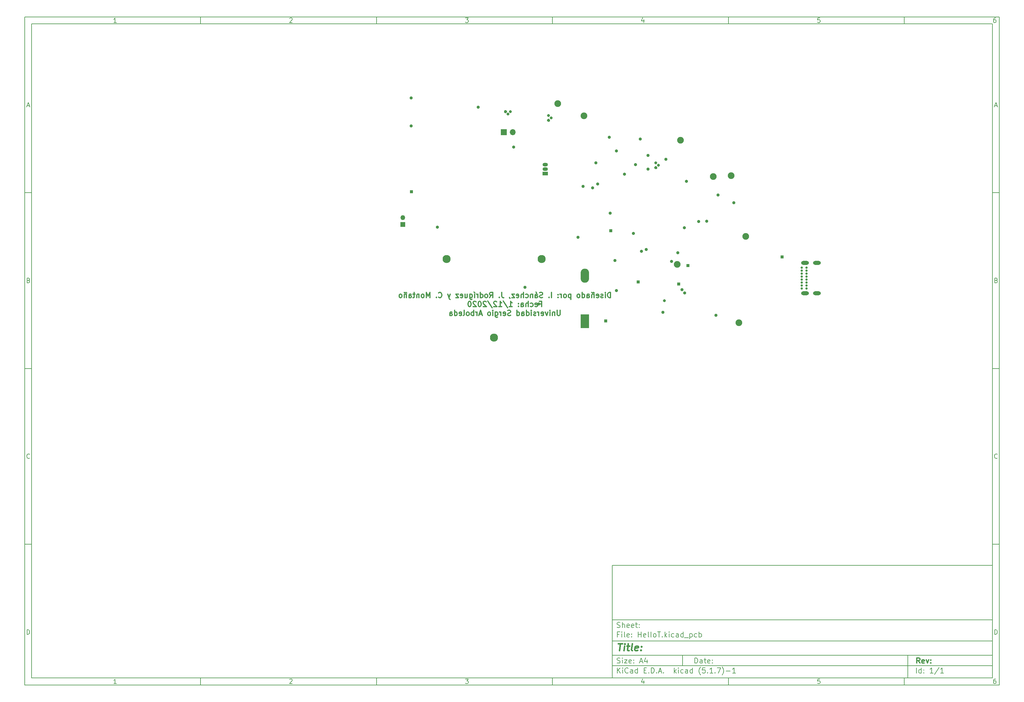
<source format=gbr>
%TF.GenerationSoftware,KiCad,Pcbnew,(5.1.7)-1*%
%TF.CreationDate,2020-12-03T05:29:25-05:00*%
%TF.ProjectId,HelIoT,48656c49-6f54-42e6-9b69-6361645f7063,rev?*%
%TF.SameCoordinates,Original*%
%TF.FileFunction,Soldermask,Bot*%
%TF.FilePolarity,Negative*%
%FSLAX46Y46*%
G04 Gerber Fmt 4.6, Leading zero omitted, Abs format (unit mm)*
G04 Created by KiCad (PCBNEW (5.1.7)-1) date 2020-12-03 05:29:25*
%MOMM*%
%LPD*%
G01*
G04 APERTURE LIST*
%ADD10C,0.100000*%
%ADD11C,0.150000*%
%ADD12C,0.300000*%
%ADD13C,0.400000*%
%ADD14O,1.350000X1.350000*%
%ADD15R,1.350000X1.350000*%
%ADD16R,0.850000X0.850000*%
%ADD17R,1.500000X1.050000*%
%ADD18O,1.500000X1.050000*%
%ADD19C,0.900000*%
%ADD20O,1.700000X1.700000*%
%ADD21R,1.700000X1.700000*%
%ADD22C,0.800000*%
%ADD23R,2.410000X4.020000*%
%ADD24O,2.410000X4.020000*%
%ADD25C,2.300000*%
%ADD26O,2.216000X1.108000*%
%ADD27C,0.650000*%
%ADD28C,1.905000*%
G04 APERTURE END LIST*
D10*
D11*
X177002200Y-166007200D02*
X177002200Y-198007200D01*
X285002200Y-198007200D01*
X285002200Y-166007200D01*
X177002200Y-166007200D01*
D10*
D11*
X10000000Y-10000000D02*
X10000000Y-200007200D01*
X287002200Y-200007200D01*
X287002200Y-10000000D01*
X10000000Y-10000000D01*
D10*
D11*
X12000000Y-12000000D02*
X12000000Y-198007200D01*
X285002200Y-198007200D01*
X285002200Y-12000000D01*
X12000000Y-12000000D01*
D10*
D11*
X60000000Y-12000000D02*
X60000000Y-10000000D01*
D10*
D11*
X110000000Y-12000000D02*
X110000000Y-10000000D01*
D10*
D11*
X160000000Y-12000000D02*
X160000000Y-10000000D01*
D10*
D11*
X210000000Y-12000000D02*
X210000000Y-10000000D01*
D10*
D11*
X260000000Y-12000000D02*
X260000000Y-10000000D01*
D10*
D11*
X36065476Y-11588095D02*
X35322619Y-11588095D01*
X35694047Y-11588095D02*
X35694047Y-10288095D01*
X35570238Y-10473809D01*
X35446428Y-10597619D01*
X35322619Y-10659523D01*
D10*
D11*
X85322619Y-10411904D02*
X85384523Y-10350000D01*
X85508333Y-10288095D01*
X85817857Y-10288095D01*
X85941666Y-10350000D01*
X86003571Y-10411904D01*
X86065476Y-10535714D01*
X86065476Y-10659523D01*
X86003571Y-10845238D01*
X85260714Y-11588095D01*
X86065476Y-11588095D01*
D10*
D11*
X135260714Y-10288095D02*
X136065476Y-10288095D01*
X135632142Y-10783333D01*
X135817857Y-10783333D01*
X135941666Y-10845238D01*
X136003571Y-10907142D01*
X136065476Y-11030952D01*
X136065476Y-11340476D01*
X136003571Y-11464285D01*
X135941666Y-11526190D01*
X135817857Y-11588095D01*
X135446428Y-11588095D01*
X135322619Y-11526190D01*
X135260714Y-11464285D01*
D10*
D11*
X185941666Y-10721428D02*
X185941666Y-11588095D01*
X185632142Y-10226190D02*
X185322619Y-11154761D01*
X186127380Y-11154761D01*
D10*
D11*
X236003571Y-10288095D02*
X235384523Y-10288095D01*
X235322619Y-10907142D01*
X235384523Y-10845238D01*
X235508333Y-10783333D01*
X235817857Y-10783333D01*
X235941666Y-10845238D01*
X236003571Y-10907142D01*
X236065476Y-11030952D01*
X236065476Y-11340476D01*
X236003571Y-11464285D01*
X235941666Y-11526190D01*
X235817857Y-11588095D01*
X235508333Y-11588095D01*
X235384523Y-11526190D01*
X235322619Y-11464285D01*
D10*
D11*
X285941666Y-10288095D02*
X285694047Y-10288095D01*
X285570238Y-10350000D01*
X285508333Y-10411904D01*
X285384523Y-10597619D01*
X285322619Y-10845238D01*
X285322619Y-11340476D01*
X285384523Y-11464285D01*
X285446428Y-11526190D01*
X285570238Y-11588095D01*
X285817857Y-11588095D01*
X285941666Y-11526190D01*
X286003571Y-11464285D01*
X286065476Y-11340476D01*
X286065476Y-11030952D01*
X286003571Y-10907142D01*
X285941666Y-10845238D01*
X285817857Y-10783333D01*
X285570238Y-10783333D01*
X285446428Y-10845238D01*
X285384523Y-10907142D01*
X285322619Y-11030952D01*
D10*
D11*
X60000000Y-198007200D02*
X60000000Y-200007200D01*
D10*
D11*
X110000000Y-198007200D02*
X110000000Y-200007200D01*
D10*
D11*
X160000000Y-198007200D02*
X160000000Y-200007200D01*
D10*
D11*
X210000000Y-198007200D02*
X210000000Y-200007200D01*
D10*
D11*
X260000000Y-198007200D02*
X260000000Y-200007200D01*
D10*
D11*
X36065476Y-199595295D02*
X35322619Y-199595295D01*
X35694047Y-199595295D02*
X35694047Y-198295295D01*
X35570238Y-198481009D01*
X35446428Y-198604819D01*
X35322619Y-198666723D01*
D10*
D11*
X85322619Y-198419104D02*
X85384523Y-198357200D01*
X85508333Y-198295295D01*
X85817857Y-198295295D01*
X85941666Y-198357200D01*
X86003571Y-198419104D01*
X86065476Y-198542914D01*
X86065476Y-198666723D01*
X86003571Y-198852438D01*
X85260714Y-199595295D01*
X86065476Y-199595295D01*
D10*
D11*
X135260714Y-198295295D02*
X136065476Y-198295295D01*
X135632142Y-198790533D01*
X135817857Y-198790533D01*
X135941666Y-198852438D01*
X136003571Y-198914342D01*
X136065476Y-199038152D01*
X136065476Y-199347676D01*
X136003571Y-199471485D01*
X135941666Y-199533390D01*
X135817857Y-199595295D01*
X135446428Y-199595295D01*
X135322619Y-199533390D01*
X135260714Y-199471485D01*
D10*
D11*
X185941666Y-198728628D02*
X185941666Y-199595295D01*
X185632142Y-198233390D02*
X185322619Y-199161961D01*
X186127380Y-199161961D01*
D10*
D11*
X236003571Y-198295295D02*
X235384523Y-198295295D01*
X235322619Y-198914342D01*
X235384523Y-198852438D01*
X235508333Y-198790533D01*
X235817857Y-198790533D01*
X235941666Y-198852438D01*
X236003571Y-198914342D01*
X236065476Y-199038152D01*
X236065476Y-199347676D01*
X236003571Y-199471485D01*
X235941666Y-199533390D01*
X235817857Y-199595295D01*
X235508333Y-199595295D01*
X235384523Y-199533390D01*
X235322619Y-199471485D01*
D10*
D11*
X285941666Y-198295295D02*
X285694047Y-198295295D01*
X285570238Y-198357200D01*
X285508333Y-198419104D01*
X285384523Y-198604819D01*
X285322619Y-198852438D01*
X285322619Y-199347676D01*
X285384523Y-199471485D01*
X285446428Y-199533390D01*
X285570238Y-199595295D01*
X285817857Y-199595295D01*
X285941666Y-199533390D01*
X286003571Y-199471485D01*
X286065476Y-199347676D01*
X286065476Y-199038152D01*
X286003571Y-198914342D01*
X285941666Y-198852438D01*
X285817857Y-198790533D01*
X285570238Y-198790533D01*
X285446428Y-198852438D01*
X285384523Y-198914342D01*
X285322619Y-199038152D01*
D10*
D11*
X10000000Y-60000000D02*
X12000000Y-60000000D01*
D10*
D11*
X10000000Y-110000000D02*
X12000000Y-110000000D01*
D10*
D11*
X10000000Y-160000000D02*
X12000000Y-160000000D01*
D10*
D11*
X10690476Y-35216666D02*
X11309523Y-35216666D01*
X10566666Y-35588095D02*
X11000000Y-34288095D01*
X11433333Y-35588095D01*
D10*
D11*
X11092857Y-84907142D02*
X11278571Y-84969047D01*
X11340476Y-85030952D01*
X11402380Y-85154761D01*
X11402380Y-85340476D01*
X11340476Y-85464285D01*
X11278571Y-85526190D01*
X11154761Y-85588095D01*
X10659523Y-85588095D01*
X10659523Y-84288095D01*
X11092857Y-84288095D01*
X11216666Y-84350000D01*
X11278571Y-84411904D01*
X11340476Y-84535714D01*
X11340476Y-84659523D01*
X11278571Y-84783333D01*
X11216666Y-84845238D01*
X11092857Y-84907142D01*
X10659523Y-84907142D01*
D10*
D11*
X11402380Y-135464285D02*
X11340476Y-135526190D01*
X11154761Y-135588095D01*
X11030952Y-135588095D01*
X10845238Y-135526190D01*
X10721428Y-135402380D01*
X10659523Y-135278571D01*
X10597619Y-135030952D01*
X10597619Y-134845238D01*
X10659523Y-134597619D01*
X10721428Y-134473809D01*
X10845238Y-134350000D01*
X11030952Y-134288095D01*
X11154761Y-134288095D01*
X11340476Y-134350000D01*
X11402380Y-134411904D01*
D10*
D11*
X10659523Y-185588095D02*
X10659523Y-184288095D01*
X10969047Y-184288095D01*
X11154761Y-184350000D01*
X11278571Y-184473809D01*
X11340476Y-184597619D01*
X11402380Y-184845238D01*
X11402380Y-185030952D01*
X11340476Y-185278571D01*
X11278571Y-185402380D01*
X11154761Y-185526190D01*
X10969047Y-185588095D01*
X10659523Y-185588095D01*
D10*
D11*
X287002200Y-60000000D02*
X285002200Y-60000000D01*
D10*
D11*
X287002200Y-110000000D02*
X285002200Y-110000000D01*
D10*
D11*
X287002200Y-160000000D02*
X285002200Y-160000000D01*
D10*
D11*
X285692676Y-35216666D02*
X286311723Y-35216666D01*
X285568866Y-35588095D02*
X286002200Y-34288095D01*
X286435533Y-35588095D01*
D10*
D11*
X286095057Y-84907142D02*
X286280771Y-84969047D01*
X286342676Y-85030952D01*
X286404580Y-85154761D01*
X286404580Y-85340476D01*
X286342676Y-85464285D01*
X286280771Y-85526190D01*
X286156961Y-85588095D01*
X285661723Y-85588095D01*
X285661723Y-84288095D01*
X286095057Y-84288095D01*
X286218866Y-84350000D01*
X286280771Y-84411904D01*
X286342676Y-84535714D01*
X286342676Y-84659523D01*
X286280771Y-84783333D01*
X286218866Y-84845238D01*
X286095057Y-84907142D01*
X285661723Y-84907142D01*
D10*
D11*
X286404580Y-135464285D02*
X286342676Y-135526190D01*
X286156961Y-135588095D01*
X286033152Y-135588095D01*
X285847438Y-135526190D01*
X285723628Y-135402380D01*
X285661723Y-135278571D01*
X285599819Y-135030952D01*
X285599819Y-134845238D01*
X285661723Y-134597619D01*
X285723628Y-134473809D01*
X285847438Y-134350000D01*
X286033152Y-134288095D01*
X286156961Y-134288095D01*
X286342676Y-134350000D01*
X286404580Y-134411904D01*
D10*
D11*
X285661723Y-185588095D02*
X285661723Y-184288095D01*
X285971247Y-184288095D01*
X286156961Y-184350000D01*
X286280771Y-184473809D01*
X286342676Y-184597619D01*
X286404580Y-184845238D01*
X286404580Y-185030952D01*
X286342676Y-185278571D01*
X286280771Y-185402380D01*
X286156961Y-185526190D01*
X285971247Y-185588095D01*
X285661723Y-185588095D01*
D10*
D11*
X200434342Y-193785771D02*
X200434342Y-192285771D01*
X200791485Y-192285771D01*
X201005771Y-192357200D01*
X201148628Y-192500057D01*
X201220057Y-192642914D01*
X201291485Y-192928628D01*
X201291485Y-193142914D01*
X201220057Y-193428628D01*
X201148628Y-193571485D01*
X201005771Y-193714342D01*
X200791485Y-193785771D01*
X200434342Y-193785771D01*
X202577200Y-193785771D02*
X202577200Y-193000057D01*
X202505771Y-192857200D01*
X202362914Y-192785771D01*
X202077200Y-192785771D01*
X201934342Y-192857200D01*
X202577200Y-193714342D02*
X202434342Y-193785771D01*
X202077200Y-193785771D01*
X201934342Y-193714342D01*
X201862914Y-193571485D01*
X201862914Y-193428628D01*
X201934342Y-193285771D01*
X202077200Y-193214342D01*
X202434342Y-193214342D01*
X202577200Y-193142914D01*
X203077200Y-192785771D02*
X203648628Y-192785771D01*
X203291485Y-192285771D02*
X203291485Y-193571485D01*
X203362914Y-193714342D01*
X203505771Y-193785771D01*
X203648628Y-193785771D01*
X204720057Y-193714342D02*
X204577200Y-193785771D01*
X204291485Y-193785771D01*
X204148628Y-193714342D01*
X204077200Y-193571485D01*
X204077200Y-193000057D01*
X204148628Y-192857200D01*
X204291485Y-192785771D01*
X204577200Y-192785771D01*
X204720057Y-192857200D01*
X204791485Y-193000057D01*
X204791485Y-193142914D01*
X204077200Y-193285771D01*
X205434342Y-193642914D02*
X205505771Y-193714342D01*
X205434342Y-193785771D01*
X205362914Y-193714342D01*
X205434342Y-193642914D01*
X205434342Y-193785771D01*
X205434342Y-192857200D02*
X205505771Y-192928628D01*
X205434342Y-193000057D01*
X205362914Y-192928628D01*
X205434342Y-192857200D01*
X205434342Y-193000057D01*
D10*
D11*
X177002200Y-194507200D02*
X285002200Y-194507200D01*
D10*
D11*
X178434342Y-196585771D02*
X178434342Y-195085771D01*
X179291485Y-196585771D02*
X178648628Y-195728628D01*
X179291485Y-195085771D02*
X178434342Y-195942914D01*
X179934342Y-196585771D02*
X179934342Y-195585771D01*
X179934342Y-195085771D02*
X179862914Y-195157200D01*
X179934342Y-195228628D01*
X180005771Y-195157200D01*
X179934342Y-195085771D01*
X179934342Y-195228628D01*
X181505771Y-196442914D02*
X181434342Y-196514342D01*
X181220057Y-196585771D01*
X181077200Y-196585771D01*
X180862914Y-196514342D01*
X180720057Y-196371485D01*
X180648628Y-196228628D01*
X180577200Y-195942914D01*
X180577200Y-195728628D01*
X180648628Y-195442914D01*
X180720057Y-195300057D01*
X180862914Y-195157200D01*
X181077200Y-195085771D01*
X181220057Y-195085771D01*
X181434342Y-195157200D01*
X181505771Y-195228628D01*
X182791485Y-196585771D02*
X182791485Y-195800057D01*
X182720057Y-195657200D01*
X182577200Y-195585771D01*
X182291485Y-195585771D01*
X182148628Y-195657200D01*
X182791485Y-196514342D02*
X182648628Y-196585771D01*
X182291485Y-196585771D01*
X182148628Y-196514342D01*
X182077200Y-196371485D01*
X182077200Y-196228628D01*
X182148628Y-196085771D01*
X182291485Y-196014342D01*
X182648628Y-196014342D01*
X182791485Y-195942914D01*
X184148628Y-196585771D02*
X184148628Y-195085771D01*
X184148628Y-196514342D02*
X184005771Y-196585771D01*
X183720057Y-196585771D01*
X183577200Y-196514342D01*
X183505771Y-196442914D01*
X183434342Y-196300057D01*
X183434342Y-195871485D01*
X183505771Y-195728628D01*
X183577200Y-195657200D01*
X183720057Y-195585771D01*
X184005771Y-195585771D01*
X184148628Y-195657200D01*
X186005771Y-195800057D02*
X186505771Y-195800057D01*
X186720057Y-196585771D02*
X186005771Y-196585771D01*
X186005771Y-195085771D01*
X186720057Y-195085771D01*
X187362914Y-196442914D02*
X187434342Y-196514342D01*
X187362914Y-196585771D01*
X187291485Y-196514342D01*
X187362914Y-196442914D01*
X187362914Y-196585771D01*
X188077200Y-196585771D02*
X188077200Y-195085771D01*
X188434342Y-195085771D01*
X188648628Y-195157200D01*
X188791485Y-195300057D01*
X188862914Y-195442914D01*
X188934342Y-195728628D01*
X188934342Y-195942914D01*
X188862914Y-196228628D01*
X188791485Y-196371485D01*
X188648628Y-196514342D01*
X188434342Y-196585771D01*
X188077200Y-196585771D01*
X189577200Y-196442914D02*
X189648628Y-196514342D01*
X189577200Y-196585771D01*
X189505771Y-196514342D01*
X189577200Y-196442914D01*
X189577200Y-196585771D01*
X190220057Y-196157200D02*
X190934342Y-196157200D01*
X190077200Y-196585771D02*
X190577200Y-195085771D01*
X191077200Y-196585771D01*
X191577200Y-196442914D02*
X191648628Y-196514342D01*
X191577200Y-196585771D01*
X191505771Y-196514342D01*
X191577200Y-196442914D01*
X191577200Y-196585771D01*
X194577200Y-196585771D02*
X194577200Y-195085771D01*
X194720057Y-196014342D02*
X195148628Y-196585771D01*
X195148628Y-195585771D02*
X194577200Y-196157200D01*
X195791485Y-196585771D02*
X195791485Y-195585771D01*
X195791485Y-195085771D02*
X195720057Y-195157200D01*
X195791485Y-195228628D01*
X195862914Y-195157200D01*
X195791485Y-195085771D01*
X195791485Y-195228628D01*
X197148628Y-196514342D02*
X197005771Y-196585771D01*
X196720057Y-196585771D01*
X196577200Y-196514342D01*
X196505771Y-196442914D01*
X196434342Y-196300057D01*
X196434342Y-195871485D01*
X196505771Y-195728628D01*
X196577200Y-195657200D01*
X196720057Y-195585771D01*
X197005771Y-195585771D01*
X197148628Y-195657200D01*
X198434342Y-196585771D02*
X198434342Y-195800057D01*
X198362914Y-195657200D01*
X198220057Y-195585771D01*
X197934342Y-195585771D01*
X197791485Y-195657200D01*
X198434342Y-196514342D02*
X198291485Y-196585771D01*
X197934342Y-196585771D01*
X197791485Y-196514342D01*
X197720057Y-196371485D01*
X197720057Y-196228628D01*
X197791485Y-196085771D01*
X197934342Y-196014342D01*
X198291485Y-196014342D01*
X198434342Y-195942914D01*
X199791485Y-196585771D02*
X199791485Y-195085771D01*
X199791485Y-196514342D02*
X199648628Y-196585771D01*
X199362914Y-196585771D01*
X199220057Y-196514342D01*
X199148628Y-196442914D01*
X199077200Y-196300057D01*
X199077200Y-195871485D01*
X199148628Y-195728628D01*
X199220057Y-195657200D01*
X199362914Y-195585771D01*
X199648628Y-195585771D01*
X199791485Y-195657200D01*
X202077200Y-197157200D02*
X202005771Y-197085771D01*
X201862914Y-196871485D01*
X201791485Y-196728628D01*
X201720057Y-196514342D01*
X201648628Y-196157200D01*
X201648628Y-195871485D01*
X201720057Y-195514342D01*
X201791485Y-195300057D01*
X201862914Y-195157200D01*
X202005771Y-194942914D01*
X202077200Y-194871485D01*
X203362914Y-195085771D02*
X202648628Y-195085771D01*
X202577200Y-195800057D01*
X202648628Y-195728628D01*
X202791485Y-195657200D01*
X203148628Y-195657200D01*
X203291485Y-195728628D01*
X203362914Y-195800057D01*
X203434342Y-195942914D01*
X203434342Y-196300057D01*
X203362914Y-196442914D01*
X203291485Y-196514342D01*
X203148628Y-196585771D01*
X202791485Y-196585771D01*
X202648628Y-196514342D01*
X202577200Y-196442914D01*
X204077200Y-196442914D02*
X204148628Y-196514342D01*
X204077200Y-196585771D01*
X204005771Y-196514342D01*
X204077200Y-196442914D01*
X204077200Y-196585771D01*
X205577200Y-196585771D02*
X204720057Y-196585771D01*
X205148628Y-196585771D02*
X205148628Y-195085771D01*
X205005771Y-195300057D01*
X204862914Y-195442914D01*
X204720057Y-195514342D01*
X206220057Y-196442914D02*
X206291485Y-196514342D01*
X206220057Y-196585771D01*
X206148628Y-196514342D01*
X206220057Y-196442914D01*
X206220057Y-196585771D01*
X206791485Y-195085771D02*
X207791485Y-195085771D01*
X207148628Y-196585771D01*
X208220057Y-197157200D02*
X208291485Y-197085771D01*
X208434342Y-196871485D01*
X208505771Y-196728628D01*
X208577200Y-196514342D01*
X208648628Y-196157200D01*
X208648628Y-195871485D01*
X208577200Y-195514342D01*
X208505771Y-195300057D01*
X208434342Y-195157200D01*
X208291485Y-194942914D01*
X208220057Y-194871485D01*
X209362914Y-196014342D02*
X210505771Y-196014342D01*
X212005771Y-196585771D02*
X211148628Y-196585771D01*
X211577200Y-196585771D02*
X211577200Y-195085771D01*
X211434342Y-195300057D01*
X211291485Y-195442914D01*
X211148628Y-195514342D01*
D10*
D11*
X177002200Y-191507200D02*
X285002200Y-191507200D01*
D10*
D12*
X264411485Y-193785771D02*
X263911485Y-193071485D01*
X263554342Y-193785771D02*
X263554342Y-192285771D01*
X264125771Y-192285771D01*
X264268628Y-192357200D01*
X264340057Y-192428628D01*
X264411485Y-192571485D01*
X264411485Y-192785771D01*
X264340057Y-192928628D01*
X264268628Y-193000057D01*
X264125771Y-193071485D01*
X263554342Y-193071485D01*
X265625771Y-193714342D02*
X265482914Y-193785771D01*
X265197200Y-193785771D01*
X265054342Y-193714342D01*
X264982914Y-193571485D01*
X264982914Y-193000057D01*
X265054342Y-192857200D01*
X265197200Y-192785771D01*
X265482914Y-192785771D01*
X265625771Y-192857200D01*
X265697200Y-193000057D01*
X265697200Y-193142914D01*
X264982914Y-193285771D01*
X266197200Y-192785771D02*
X266554342Y-193785771D01*
X266911485Y-192785771D01*
X267482914Y-193642914D02*
X267554342Y-193714342D01*
X267482914Y-193785771D01*
X267411485Y-193714342D01*
X267482914Y-193642914D01*
X267482914Y-193785771D01*
X267482914Y-192857200D02*
X267554342Y-192928628D01*
X267482914Y-193000057D01*
X267411485Y-192928628D01*
X267482914Y-192857200D01*
X267482914Y-193000057D01*
D10*
D11*
X178362914Y-193714342D02*
X178577200Y-193785771D01*
X178934342Y-193785771D01*
X179077200Y-193714342D01*
X179148628Y-193642914D01*
X179220057Y-193500057D01*
X179220057Y-193357200D01*
X179148628Y-193214342D01*
X179077200Y-193142914D01*
X178934342Y-193071485D01*
X178648628Y-193000057D01*
X178505771Y-192928628D01*
X178434342Y-192857200D01*
X178362914Y-192714342D01*
X178362914Y-192571485D01*
X178434342Y-192428628D01*
X178505771Y-192357200D01*
X178648628Y-192285771D01*
X179005771Y-192285771D01*
X179220057Y-192357200D01*
X179862914Y-193785771D02*
X179862914Y-192785771D01*
X179862914Y-192285771D02*
X179791485Y-192357200D01*
X179862914Y-192428628D01*
X179934342Y-192357200D01*
X179862914Y-192285771D01*
X179862914Y-192428628D01*
X180434342Y-192785771D02*
X181220057Y-192785771D01*
X180434342Y-193785771D01*
X181220057Y-193785771D01*
X182362914Y-193714342D02*
X182220057Y-193785771D01*
X181934342Y-193785771D01*
X181791485Y-193714342D01*
X181720057Y-193571485D01*
X181720057Y-193000057D01*
X181791485Y-192857200D01*
X181934342Y-192785771D01*
X182220057Y-192785771D01*
X182362914Y-192857200D01*
X182434342Y-193000057D01*
X182434342Y-193142914D01*
X181720057Y-193285771D01*
X183077200Y-193642914D02*
X183148628Y-193714342D01*
X183077200Y-193785771D01*
X183005771Y-193714342D01*
X183077200Y-193642914D01*
X183077200Y-193785771D01*
X183077200Y-192857200D02*
X183148628Y-192928628D01*
X183077200Y-193000057D01*
X183005771Y-192928628D01*
X183077200Y-192857200D01*
X183077200Y-193000057D01*
X184862914Y-193357200D02*
X185577200Y-193357200D01*
X184720057Y-193785771D02*
X185220057Y-192285771D01*
X185720057Y-193785771D01*
X186862914Y-192785771D02*
X186862914Y-193785771D01*
X186505771Y-192214342D02*
X186148628Y-193285771D01*
X187077200Y-193285771D01*
D10*
D11*
X263434342Y-196585771D02*
X263434342Y-195085771D01*
X264791485Y-196585771D02*
X264791485Y-195085771D01*
X264791485Y-196514342D02*
X264648628Y-196585771D01*
X264362914Y-196585771D01*
X264220057Y-196514342D01*
X264148628Y-196442914D01*
X264077200Y-196300057D01*
X264077200Y-195871485D01*
X264148628Y-195728628D01*
X264220057Y-195657200D01*
X264362914Y-195585771D01*
X264648628Y-195585771D01*
X264791485Y-195657200D01*
X265505771Y-196442914D02*
X265577200Y-196514342D01*
X265505771Y-196585771D01*
X265434342Y-196514342D01*
X265505771Y-196442914D01*
X265505771Y-196585771D01*
X265505771Y-195657200D02*
X265577200Y-195728628D01*
X265505771Y-195800057D01*
X265434342Y-195728628D01*
X265505771Y-195657200D01*
X265505771Y-195800057D01*
X268148628Y-196585771D02*
X267291485Y-196585771D01*
X267720057Y-196585771D02*
X267720057Y-195085771D01*
X267577200Y-195300057D01*
X267434342Y-195442914D01*
X267291485Y-195514342D01*
X269862914Y-195014342D02*
X268577200Y-196942914D01*
X271148628Y-196585771D02*
X270291485Y-196585771D01*
X270720057Y-196585771D02*
X270720057Y-195085771D01*
X270577200Y-195300057D01*
X270434342Y-195442914D01*
X270291485Y-195514342D01*
D10*
D11*
X177002200Y-187507200D02*
X285002200Y-187507200D01*
D10*
D13*
X178714580Y-188211961D02*
X179857438Y-188211961D01*
X179036009Y-190211961D02*
X179286009Y-188211961D01*
X180274104Y-190211961D02*
X180440771Y-188878628D01*
X180524104Y-188211961D02*
X180416961Y-188307200D01*
X180500295Y-188402438D01*
X180607438Y-188307200D01*
X180524104Y-188211961D01*
X180500295Y-188402438D01*
X181107438Y-188878628D02*
X181869342Y-188878628D01*
X181476485Y-188211961D02*
X181262200Y-189926247D01*
X181333628Y-190116723D01*
X181512200Y-190211961D01*
X181702676Y-190211961D01*
X182655057Y-190211961D02*
X182476485Y-190116723D01*
X182405057Y-189926247D01*
X182619342Y-188211961D01*
X184190771Y-190116723D02*
X183988390Y-190211961D01*
X183607438Y-190211961D01*
X183428866Y-190116723D01*
X183357438Y-189926247D01*
X183452676Y-189164342D01*
X183571723Y-188973866D01*
X183774104Y-188878628D01*
X184155057Y-188878628D01*
X184333628Y-188973866D01*
X184405057Y-189164342D01*
X184381247Y-189354819D01*
X183405057Y-189545295D01*
X185155057Y-190021485D02*
X185238390Y-190116723D01*
X185131247Y-190211961D01*
X185047914Y-190116723D01*
X185155057Y-190021485D01*
X185131247Y-190211961D01*
X185286009Y-188973866D02*
X185369342Y-189069104D01*
X185262200Y-189164342D01*
X185178866Y-189069104D01*
X185286009Y-188973866D01*
X185262200Y-189164342D01*
D10*
D11*
X178934342Y-185600057D02*
X178434342Y-185600057D01*
X178434342Y-186385771D02*
X178434342Y-184885771D01*
X179148628Y-184885771D01*
X179720057Y-186385771D02*
X179720057Y-185385771D01*
X179720057Y-184885771D02*
X179648628Y-184957200D01*
X179720057Y-185028628D01*
X179791485Y-184957200D01*
X179720057Y-184885771D01*
X179720057Y-185028628D01*
X180648628Y-186385771D02*
X180505771Y-186314342D01*
X180434342Y-186171485D01*
X180434342Y-184885771D01*
X181791485Y-186314342D02*
X181648628Y-186385771D01*
X181362914Y-186385771D01*
X181220057Y-186314342D01*
X181148628Y-186171485D01*
X181148628Y-185600057D01*
X181220057Y-185457200D01*
X181362914Y-185385771D01*
X181648628Y-185385771D01*
X181791485Y-185457200D01*
X181862914Y-185600057D01*
X181862914Y-185742914D01*
X181148628Y-185885771D01*
X182505771Y-186242914D02*
X182577200Y-186314342D01*
X182505771Y-186385771D01*
X182434342Y-186314342D01*
X182505771Y-186242914D01*
X182505771Y-186385771D01*
X182505771Y-185457200D02*
X182577200Y-185528628D01*
X182505771Y-185600057D01*
X182434342Y-185528628D01*
X182505771Y-185457200D01*
X182505771Y-185600057D01*
X184362914Y-186385771D02*
X184362914Y-184885771D01*
X184362914Y-185600057D02*
X185220057Y-185600057D01*
X185220057Y-186385771D02*
X185220057Y-184885771D01*
X186505771Y-186314342D02*
X186362914Y-186385771D01*
X186077200Y-186385771D01*
X185934342Y-186314342D01*
X185862914Y-186171485D01*
X185862914Y-185600057D01*
X185934342Y-185457200D01*
X186077200Y-185385771D01*
X186362914Y-185385771D01*
X186505771Y-185457200D01*
X186577200Y-185600057D01*
X186577200Y-185742914D01*
X185862914Y-185885771D01*
X187434342Y-186385771D02*
X187291485Y-186314342D01*
X187220057Y-186171485D01*
X187220057Y-184885771D01*
X188005771Y-186385771D02*
X188005771Y-184885771D01*
X188934342Y-186385771D02*
X188791485Y-186314342D01*
X188720057Y-186242914D01*
X188648628Y-186100057D01*
X188648628Y-185671485D01*
X188720057Y-185528628D01*
X188791485Y-185457200D01*
X188934342Y-185385771D01*
X189148628Y-185385771D01*
X189291485Y-185457200D01*
X189362914Y-185528628D01*
X189434342Y-185671485D01*
X189434342Y-186100057D01*
X189362914Y-186242914D01*
X189291485Y-186314342D01*
X189148628Y-186385771D01*
X188934342Y-186385771D01*
X189862914Y-184885771D02*
X190720057Y-184885771D01*
X190291485Y-186385771D02*
X190291485Y-184885771D01*
X191220057Y-186242914D02*
X191291485Y-186314342D01*
X191220057Y-186385771D01*
X191148628Y-186314342D01*
X191220057Y-186242914D01*
X191220057Y-186385771D01*
X191934342Y-186385771D02*
X191934342Y-184885771D01*
X192077200Y-185814342D02*
X192505771Y-186385771D01*
X192505771Y-185385771D02*
X191934342Y-185957200D01*
X193148628Y-186385771D02*
X193148628Y-185385771D01*
X193148628Y-184885771D02*
X193077200Y-184957200D01*
X193148628Y-185028628D01*
X193220057Y-184957200D01*
X193148628Y-184885771D01*
X193148628Y-185028628D01*
X194505771Y-186314342D02*
X194362914Y-186385771D01*
X194077200Y-186385771D01*
X193934342Y-186314342D01*
X193862914Y-186242914D01*
X193791485Y-186100057D01*
X193791485Y-185671485D01*
X193862914Y-185528628D01*
X193934342Y-185457200D01*
X194077200Y-185385771D01*
X194362914Y-185385771D01*
X194505771Y-185457200D01*
X195791485Y-186385771D02*
X195791485Y-185600057D01*
X195720057Y-185457200D01*
X195577200Y-185385771D01*
X195291485Y-185385771D01*
X195148628Y-185457200D01*
X195791485Y-186314342D02*
X195648628Y-186385771D01*
X195291485Y-186385771D01*
X195148628Y-186314342D01*
X195077200Y-186171485D01*
X195077200Y-186028628D01*
X195148628Y-185885771D01*
X195291485Y-185814342D01*
X195648628Y-185814342D01*
X195791485Y-185742914D01*
X197148628Y-186385771D02*
X197148628Y-184885771D01*
X197148628Y-186314342D02*
X197005771Y-186385771D01*
X196720057Y-186385771D01*
X196577200Y-186314342D01*
X196505771Y-186242914D01*
X196434342Y-186100057D01*
X196434342Y-185671485D01*
X196505771Y-185528628D01*
X196577200Y-185457200D01*
X196720057Y-185385771D01*
X197005771Y-185385771D01*
X197148628Y-185457200D01*
X197505771Y-186528628D02*
X198648628Y-186528628D01*
X199005771Y-185385771D02*
X199005771Y-186885771D01*
X199005771Y-185457200D02*
X199148628Y-185385771D01*
X199434342Y-185385771D01*
X199577200Y-185457200D01*
X199648628Y-185528628D01*
X199720057Y-185671485D01*
X199720057Y-186100057D01*
X199648628Y-186242914D01*
X199577200Y-186314342D01*
X199434342Y-186385771D01*
X199148628Y-186385771D01*
X199005771Y-186314342D01*
X201005771Y-186314342D02*
X200862914Y-186385771D01*
X200577200Y-186385771D01*
X200434342Y-186314342D01*
X200362914Y-186242914D01*
X200291485Y-186100057D01*
X200291485Y-185671485D01*
X200362914Y-185528628D01*
X200434342Y-185457200D01*
X200577200Y-185385771D01*
X200862914Y-185385771D01*
X201005771Y-185457200D01*
X201648628Y-186385771D02*
X201648628Y-184885771D01*
X201648628Y-185457200D02*
X201791485Y-185385771D01*
X202077200Y-185385771D01*
X202220057Y-185457200D01*
X202291485Y-185528628D01*
X202362914Y-185671485D01*
X202362914Y-186100057D01*
X202291485Y-186242914D01*
X202220057Y-186314342D01*
X202077200Y-186385771D01*
X201791485Y-186385771D01*
X201648628Y-186314342D01*
D10*
D11*
X177002200Y-181507200D02*
X285002200Y-181507200D01*
D10*
D11*
X178362914Y-183614342D02*
X178577200Y-183685771D01*
X178934342Y-183685771D01*
X179077200Y-183614342D01*
X179148628Y-183542914D01*
X179220057Y-183400057D01*
X179220057Y-183257200D01*
X179148628Y-183114342D01*
X179077200Y-183042914D01*
X178934342Y-182971485D01*
X178648628Y-182900057D01*
X178505771Y-182828628D01*
X178434342Y-182757200D01*
X178362914Y-182614342D01*
X178362914Y-182471485D01*
X178434342Y-182328628D01*
X178505771Y-182257200D01*
X178648628Y-182185771D01*
X179005771Y-182185771D01*
X179220057Y-182257200D01*
X179862914Y-183685771D02*
X179862914Y-182185771D01*
X180505771Y-183685771D02*
X180505771Y-182900057D01*
X180434342Y-182757200D01*
X180291485Y-182685771D01*
X180077200Y-182685771D01*
X179934342Y-182757200D01*
X179862914Y-182828628D01*
X181791485Y-183614342D02*
X181648628Y-183685771D01*
X181362914Y-183685771D01*
X181220057Y-183614342D01*
X181148628Y-183471485D01*
X181148628Y-182900057D01*
X181220057Y-182757200D01*
X181362914Y-182685771D01*
X181648628Y-182685771D01*
X181791485Y-182757200D01*
X181862914Y-182900057D01*
X181862914Y-183042914D01*
X181148628Y-183185771D01*
X183077200Y-183614342D02*
X182934342Y-183685771D01*
X182648628Y-183685771D01*
X182505771Y-183614342D01*
X182434342Y-183471485D01*
X182434342Y-182900057D01*
X182505771Y-182757200D01*
X182648628Y-182685771D01*
X182934342Y-182685771D01*
X183077200Y-182757200D01*
X183148628Y-182900057D01*
X183148628Y-183042914D01*
X182434342Y-183185771D01*
X183577200Y-182685771D02*
X184148628Y-182685771D01*
X183791485Y-182185771D02*
X183791485Y-183471485D01*
X183862914Y-183614342D01*
X184005771Y-183685771D01*
X184148628Y-183685771D01*
X184648628Y-183542914D02*
X184720057Y-183614342D01*
X184648628Y-183685771D01*
X184577200Y-183614342D01*
X184648628Y-183542914D01*
X184648628Y-183685771D01*
X184648628Y-182757200D02*
X184720057Y-182828628D01*
X184648628Y-182900057D01*
X184577200Y-182828628D01*
X184648628Y-182757200D01*
X184648628Y-182900057D01*
D10*
D11*
X197002200Y-191507200D02*
X197002200Y-194507200D01*
D10*
D11*
X261002200Y-191507200D02*
X261002200Y-198007200D01*
D12*
X176500000Y-89853571D02*
X176500000Y-88353571D01*
X176142857Y-88353571D01*
X175928571Y-88425000D01*
X175785714Y-88567857D01*
X175714285Y-88710714D01*
X175642857Y-88996428D01*
X175642857Y-89210714D01*
X175714285Y-89496428D01*
X175785714Y-89639285D01*
X175928571Y-89782142D01*
X176142857Y-89853571D01*
X176500000Y-89853571D01*
X175000000Y-89853571D02*
X175000000Y-88853571D01*
X175000000Y-88353571D02*
X175071428Y-88425000D01*
X175000000Y-88496428D01*
X174928571Y-88425000D01*
X175000000Y-88353571D01*
X175000000Y-88496428D01*
X174357142Y-89782142D02*
X174214285Y-89853571D01*
X173928571Y-89853571D01*
X173785714Y-89782142D01*
X173714285Y-89639285D01*
X173714285Y-89567857D01*
X173785714Y-89425000D01*
X173928571Y-89353571D01*
X174142857Y-89353571D01*
X174285714Y-89282142D01*
X174357142Y-89139285D01*
X174357142Y-89067857D01*
X174285714Y-88925000D01*
X174142857Y-88853571D01*
X173928571Y-88853571D01*
X173785714Y-88925000D01*
X172500000Y-89782142D02*
X172642857Y-89853571D01*
X172928571Y-89853571D01*
X173071428Y-89782142D01*
X173142857Y-89639285D01*
X173142857Y-89067857D01*
X173071428Y-88925000D01*
X172928571Y-88853571D01*
X172642857Y-88853571D01*
X172500000Y-88925000D01*
X172428571Y-89067857D01*
X172428571Y-89210714D01*
X173142857Y-89353571D01*
X171785714Y-88853571D02*
X171785714Y-89853571D01*
X171785714Y-88996428D02*
X171714285Y-88925000D01*
X171571428Y-88853571D01*
X171357142Y-88853571D01*
X171214285Y-88925000D01*
X171142857Y-89067857D01*
X171142857Y-89853571D01*
X171857142Y-88496428D02*
X171785714Y-88425000D01*
X171642857Y-88353571D01*
X171357142Y-88496428D01*
X171214285Y-88425000D01*
X171142857Y-88353571D01*
X169785714Y-89853571D02*
X169785714Y-89067857D01*
X169857142Y-88925000D01*
X170000000Y-88853571D01*
X170285714Y-88853571D01*
X170428571Y-88925000D01*
X169785714Y-89782142D02*
X169928571Y-89853571D01*
X170285714Y-89853571D01*
X170428571Y-89782142D01*
X170500000Y-89639285D01*
X170500000Y-89496428D01*
X170428571Y-89353571D01*
X170285714Y-89282142D01*
X169928571Y-89282142D01*
X169785714Y-89210714D01*
X168428571Y-89853571D02*
X168428571Y-88353571D01*
X168428571Y-89782142D02*
X168571428Y-89853571D01*
X168857142Y-89853571D01*
X169000000Y-89782142D01*
X169071428Y-89710714D01*
X169142857Y-89567857D01*
X169142857Y-89139285D01*
X169071428Y-88996428D01*
X169000000Y-88925000D01*
X168857142Y-88853571D01*
X168571428Y-88853571D01*
X168428571Y-88925000D01*
X167500000Y-89853571D02*
X167642857Y-89782142D01*
X167714285Y-89710714D01*
X167785714Y-89567857D01*
X167785714Y-89139285D01*
X167714285Y-88996428D01*
X167642857Y-88925000D01*
X167500000Y-88853571D01*
X167285714Y-88853571D01*
X167142857Y-88925000D01*
X167071428Y-88996428D01*
X167000000Y-89139285D01*
X167000000Y-89567857D01*
X167071428Y-89710714D01*
X167142857Y-89782142D01*
X167285714Y-89853571D01*
X167500000Y-89853571D01*
X165214285Y-88853571D02*
X165214285Y-90353571D01*
X165214285Y-88925000D02*
X165071428Y-88853571D01*
X164785714Y-88853571D01*
X164642857Y-88925000D01*
X164571428Y-88996428D01*
X164500000Y-89139285D01*
X164500000Y-89567857D01*
X164571428Y-89710714D01*
X164642857Y-89782142D01*
X164785714Y-89853571D01*
X165071428Y-89853571D01*
X165214285Y-89782142D01*
X163642857Y-89853571D02*
X163785714Y-89782142D01*
X163857142Y-89710714D01*
X163928571Y-89567857D01*
X163928571Y-89139285D01*
X163857142Y-88996428D01*
X163785714Y-88925000D01*
X163642857Y-88853571D01*
X163428571Y-88853571D01*
X163285714Y-88925000D01*
X163214285Y-88996428D01*
X163142857Y-89139285D01*
X163142857Y-89567857D01*
X163214285Y-89710714D01*
X163285714Y-89782142D01*
X163428571Y-89853571D01*
X163642857Y-89853571D01*
X162500000Y-89853571D02*
X162500000Y-88853571D01*
X162500000Y-89139285D02*
X162428571Y-88996428D01*
X162357142Y-88925000D01*
X162214285Y-88853571D01*
X162071428Y-88853571D01*
X161571428Y-89710714D02*
X161500000Y-89782142D01*
X161571428Y-89853571D01*
X161642857Y-89782142D01*
X161571428Y-89710714D01*
X161571428Y-89853571D01*
X161571428Y-88925000D02*
X161500000Y-88996428D01*
X161571428Y-89067857D01*
X161642857Y-88996428D01*
X161571428Y-88925000D01*
X161571428Y-89067857D01*
X159714285Y-89853571D02*
X159714285Y-88353571D01*
X159000000Y-89710714D02*
X158928571Y-89782142D01*
X159000000Y-89853571D01*
X159071428Y-89782142D01*
X159000000Y-89710714D01*
X159000000Y-89853571D01*
X157214285Y-89782142D02*
X157000000Y-89853571D01*
X156642857Y-89853571D01*
X156500000Y-89782142D01*
X156428571Y-89710714D01*
X156357142Y-89567857D01*
X156357142Y-89425000D01*
X156428571Y-89282142D01*
X156500000Y-89210714D01*
X156642857Y-89139285D01*
X156928571Y-89067857D01*
X157071428Y-88996428D01*
X157142857Y-88925000D01*
X157214285Y-88782142D01*
X157214285Y-88639285D01*
X157142857Y-88496428D01*
X157071428Y-88425000D01*
X156928571Y-88353571D01*
X156571428Y-88353571D01*
X156357142Y-88425000D01*
X155071428Y-89853571D02*
X155071428Y-89067857D01*
X155142857Y-88925000D01*
X155285714Y-88853571D01*
X155571428Y-88853571D01*
X155714285Y-88925000D01*
X155071428Y-89782142D02*
X155214285Y-89853571D01*
X155571428Y-89853571D01*
X155714285Y-89782142D01*
X155785714Y-89639285D01*
X155785714Y-89496428D01*
X155714285Y-89353571D01*
X155571428Y-89282142D01*
X155214285Y-89282142D01*
X155071428Y-89210714D01*
X155285714Y-88282142D02*
X155500000Y-88496428D01*
X154357142Y-88853571D02*
X154357142Y-89853571D01*
X154357142Y-88996428D02*
X154285714Y-88925000D01*
X154142857Y-88853571D01*
X153928571Y-88853571D01*
X153785714Y-88925000D01*
X153714285Y-89067857D01*
X153714285Y-89853571D01*
X152357142Y-89782142D02*
X152500000Y-89853571D01*
X152785714Y-89853571D01*
X152928571Y-89782142D01*
X153000000Y-89710714D01*
X153071428Y-89567857D01*
X153071428Y-89139285D01*
X153000000Y-88996428D01*
X152928571Y-88925000D01*
X152785714Y-88853571D01*
X152500000Y-88853571D01*
X152357142Y-88925000D01*
X151714285Y-89853571D02*
X151714285Y-88353571D01*
X151071428Y-89853571D02*
X151071428Y-89067857D01*
X151142857Y-88925000D01*
X151285714Y-88853571D01*
X151500000Y-88853571D01*
X151642857Y-88925000D01*
X151714285Y-88996428D01*
X149785714Y-89782142D02*
X149928571Y-89853571D01*
X150214285Y-89853571D01*
X150357142Y-89782142D01*
X150428571Y-89639285D01*
X150428571Y-89067857D01*
X150357142Y-88925000D01*
X150214285Y-88853571D01*
X149928571Y-88853571D01*
X149785714Y-88925000D01*
X149714285Y-89067857D01*
X149714285Y-89210714D01*
X150428571Y-89353571D01*
X149214285Y-88853571D02*
X148428571Y-88853571D01*
X149214285Y-89853571D01*
X148428571Y-89853571D01*
X147785714Y-89782142D02*
X147785714Y-89853571D01*
X147857142Y-89996428D01*
X147928571Y-90067857D01*
X145571428Y-88353571D02*
X145571428Y-89425000D01*
X145642857Y-89639285D01*
X145785714Y-89782142D01*
X146000000Y-89853571D01*
X146142857Y-89853571D01*
X144857142Y-89710714D02*
X144785714Y-89782142D01*
X144857142Y-89853571D01*
X144928571Y-89782142D01*
X144857142Y-89710714D01*
X144857142Y-89853571D01*
X142142857Y-89853571D02*
X142642857Y-89139285D01*
X143000000Y-89853571D02*
X143000000Y-88353571D01*
X142428571Y-88353571D01*
X142285714Y-88425000D01*
X142214285Y-88496428D01*
X142142857Y-88639285D01*
X142142857Y-88853571D01*
X142214285Y-88996428D01*
X142285714Y-89067857D01*
X142428571Y-89139285D01*
X143000000Y-89139285D01*
X141285714Y-89853571D02*
X141428571Y-89782142D01*
X141500000Y-89710714D01*
X141571428Y-89567857D01*
X141571428Y-89139285D01*
X141500000Y-88996428D01*
X141428571Y-88925000D01*
X141285714Y-88853571D01*
X141071428Y-88853571D01*
X140928571Y-88925000D01*
X140857142Y-88996428D01*
X140785714Y-89139285D01*
X140785714Y-89567857D01*
X140857142Y-89710714D01*
X140928571Y-89782142D01*
X141071428Y-89853571D01*
X141285714Y-89853571D01*
X139500000Y-89853571D02*
X139500000Y-88353571D01*
X139500000Y-89782142D02*
X139642857Y-89853571D01*
X139928571Y-89853571D01*
X140071428Y-89782142D01*
X140142857Y-89710714D01*
X140214285Y-89567857D01*
X140214285Y-89139285D01*
X140142857Y-88996428D01*
X140071428Y-88925000D01*
X139928571Y-88853571D01*
X139642857Y-88853571D01*
X139500000Y-88925000D01*
X138785714Y-89853571D02*
X138785714Y-88853571D01*
X138785714Y-89139285D02*
X138714285Y-88996428D01*
X138642857Y-88925000D01*
X138500000Y-88853571D01*
X138357142Y-88853571D01*
X137857142Y-89853571D02*
X137857142Y-88853571D01*
X137714285Y-88282142D02*
X137928571Y-88496428D01*
X136500000Y-88853571D02*
X136500000Y-90067857D01*
X136571428Y-90210714D01*
X136642857Y-90282142D01*
X136785714Y-90353571D01*
X137000000Y-90353571D01*
X137142857Y-90282142D01*
X136500000Y-89782142D02*
X136642857Y-89853571D01*
X136928571Y-89853571D01*
X137071428Y-89782142D01*
X137142857Y-89710714D01*
X137214285Y-89567857D01*
X137214285Y-89139285D01*
X137142857Y-88996428D01*
X137071428Y-88925000D01*
X136928571Y-88853571D01*
X136642857Y-88853571D01*
X136500000Y-88925000D01*
X135142857Y-88853571D02*
X135142857Y-89853571D01*
X135785714Y-88853571D02*
X135785714Y-89639285D01*
X135714285Y-89782142D01*
X135571428Y-89853571D01*
X135357142Y-89853571D01*
X135214285Y-89782142D01*
X135142857Y-89710714D01*
X133857142Y-89782142D02*
X134000000Y-89853571D01*
X134285714Y-89853571D01*
X134428571Y-89782142D01*
X134500000Y-89639285D01*
X134500000Y-89067857D01*
X134428571Y-88925000D01*
X134285714Y-88853571D01*
X134000000Y-88853571D01*
X133857142Y-88925000D01*
X133785714Y-89067857D01*
X133785714Y-89210714D01*
X134500000Y-89353571D01*
X133285714Y-88853571D02*
X132500000Y-88853571D01*
X133285714Y-89853571D01*
X132500000Y-89853571D01*
X130928571Y-88853571D02*
X130571428Y-89853571D01*
X130214285Y-88853571D02*
X130571428Y-89853571D01*
X130714285Y-90210714D01*
X130785714Y-90282142D01*
X130928571Y-90353571D01*
X127642857Y-89710714D02*
X127714285Y-89782142D01*
X127928571Y-89853571D01*
X128071428Y-89853571D01*
X128285714Y-89782142D01*
X128428571Y-89639285D01*
X128500000Y-89496428D01*
X128571428Y-89210714D01*
X128571428Y-88996428D01*
X128500000Y-88710714D01*
X128428571Y-88567857D01*
X128285714Y-88425000D01*
X128071428Y-88353571D01*
X127928571Y-88353571D01*
X127714285Y-88425000D01*
X127642857Y-88496428D01*
X127000000Y-89710714D02*
X126928571Y-89782142D01*
X127000000Y-89853571D01*
X127071428Y-89782142D01*
X127000000Y-89710714D01*
X127000000Y-89853571D01*
X125142857Y-89853571D02*
X125142857Y-88353571D01*
X124642857Y-89425000D01*
X124142857Y-88353571D01*
X124142857Y-89853571D01*
X123214285Y-89853571D02*
X123357142Y-89782142D01*
X123428571Y-89710714D01*
X123500000Y-89567857D01*
X123500000Y-89139285D01*
X123428571Y-88996428D01*
X123357142Y-88925000D01*
X123214285Y-88853571D01*
X123000000Y-88853571D01*
X122857142Y-88925000D01*
X122785714Y-88996428D01*
X122714285Y-89139285D01*
X122714285Y-89567857D01*
X122785714Y-89710714D01*
X122857142Y-89782142D01*
X123000000Y-89853571D01*
X123214285Y-89853571D01*
X122071428Y-88853571D02*
X122071428Y-89853571D01*
X122071428Y-88996428D02*
X122000000Y-88925000D01*
X121857142Y-88853571D01*
X121642857Y-88853571D01*
X121500000Y-88925000D01*
X121428571Y-89067857D01*
X121428571Y-89853571D01*
X120928571Y-88853571D02*
X120357142Y-88853571D01*
X120714285Y-88353571D02*
X120714285Y-89639285D01*
X120642857Y-89782142D01*
X120500000Y-89853571D01*
X120357142Y-89853571D01*
X119214285Y-89853571D02*
X119214285Y-89067857D01*
X119285714Y-88925000D01*
X119428571Y-88853571D01*
X119714285Y-88853571D01*
X119857142Y-88925000D01*
X119214285Y-89782142D02*
X119357142Y-89853571D01*
X119714285Y-89853571D01*
X119857142Y-89782142D01*
X119928571Y-89639285D01*
X119928571Y-89496428D01*
X119857142Y-89353571D01*
X119714285Y-89282142D01*
X119357142Y-89282142D01*
X119214285Y-89210714D01*
X118500000Y-88853571D02*
X118500000Y-89853571D01*
X118500000Y-88996428D02*
X118428571Y-88925000D01*
X118285714Y-88853571D01*
X118071428Y-88853571D01*
X117928571Y-88925000D01*
X117857142Y-89067857D01*
X117857142Y-89853571D01*
X118571428Y-88496428D02*
X118500000Y-88425000D01*
X118357142Y-88353571D01*
X118071428Y-88496428D01*
X117928571Y-88425000D01*
X117857142Y-88353571D01*
X116928571Y-89853571D02*
X117071428Y-89782142D01*
X117142857Y-89710714D01*
X117214285Y-89567857D01*
X117214285Y-89139285D01*
X117142857Y-88996428D01*
X117071428Y-88925000D01*
X116928571Y-88853571D01*
X116714285Y-88853571D01*
X116571428Y-88925000D01*
X116500000Y-88996428D01*
X116428571Y-89139285D01*
X116428571Y-89567857D01*
X116500000Y-89710714D01*
X116571428Y-89782142D01*
X116714285Y-89853571D01*
X116928571Y-89853571D01*
X156428571Y-91617857D02*
X156928571Y-91617857D01*
X156928571Y-92403571D02*
X156928571Y-90903571D01*
X156214285Y-90903571D01*
X155071428Y-92332142D02*
X155214285Y-92403571D01*
X155500000Y-92403571D01*
X155642857Y-92332142D01*
X155714285Y-92189285D01*
X155714285Y-91617857D01*
X155642857Y-91475000D01*
X155500000Y-91403571D01*
X155214285Y-91403571D01*
X155071428Y-91475000D01*
X155000000Y-91617857D01*
X155000000Y-91760714D01*
X155714285Y-91903571D01*
X153714285Y-92332142D02*
X153857142Y-92403571D01*
X154142857Y-92403571D01*
X154285714Y-92332142D01*
X154357142Y-92260714D01*
X154428571Y-92117857D01*
X154428571Y-91689285D01*
X154357142Y-91546428D01*
X154285714Y-91475000D01*
X154142857Y-91403571D01*
X153857142Y-91403571D01*
X153714285Y-91475000D01*
X153071428Y-92403571D02*
X153071428Y-90903571D01*
X152428571Y-92403571D02*
X152428571Y-91617857D01*
X152499999Y-91475000D01*
X152642857Y-91403571D01*
X152857142Y-91403571D01*
X152999999Y-91475000D01*
X153071428Y-91546428D01*
X151071428Y-92403571D02*
X151071428Y-91617857D01*
X151142857Y-91475000D01*
X151285714Y-91403571D01*
X151571428Y-91403571D01*
X151714285Y-91475000D01*
X151071428Y-92332142D02*
X151214285Y-92403571D01*
X151571428Y-92403571D01*
X151714285Y-92332142D01*
X151785714Y-92189285D01*
X151785714Y-92046428D01*
X151714285Y-91903571D01*
X151571428Y-91832142D01*
X151214285Y-91832142D01*
X151071428Y-91760714D01*
X150357142Y-92260714D02*
X150285714Y-92332142D01*
X150357142Y-92403571D01*
X150428571Y-92332142D01*
X150357142Y-92260714D01*
X150357142Y-92403571D01*
X150357142Y-91475000D02*
X150285714Y-91546428D01*
X150357142Y-91617857D01*
X150428571Y-91546428D01*
X150357142Y-91475000D01*
X150357142Y-91617857D01*
X147714285Y-92403571D02*
X148571428Y-92403571D01*
X148142857Y-92403571D02*
X148142857Y-90903571D01*
X148285714Y-91117857D01*
X148428571Y-91260714D01*
X148571428Y-91332142D01*
X145999999Y-90832142D02*
X147285714Y-92760714D01*
X144714285Y-92403571D02*
X145571428Y-92403571D01*
X145142857Y-92403571D02*
X145142857Y-90903571D01*
X145285714Y-91117857D01*
X145428571Y-91260714D01*
X145571428Y-91332142D01*
X144142857Y-91046428D02*
X144071428Y-90975000D01*
X143928571Y-90903571D01*
X143571428Y-90903571D01*
X143428571Y-90975000D01*
X143357142Y-91046428D01*
X143285714Y-91189285D01*
X143285714Y-91332142D01*
X143357142Y-91546428D01*
X144214285Y-92403571D01*
X143285714Y-92403571D01*
X141571428Y-90832142D02*
X142857142Y-92760714D01*
X141142857Y-91046428D02*
X141071428Y-90975000D01*
X140928571Y-90903571D01*
X140571428Y-90903571D01*
X140428571Y-90975000D01*
X140357142Y-91046428D01*
X140285714Y-91189285D01*
X140285714Y-91332142D01*
X140357142Y-91546428D01*
X141214285Y-92403571D01*
X140285714Y-92403571D01*
X139357142Y-90903571D02*
X139214285Y-90903571D01*
X139071428Y-90975000D01*
X138999999Y-91046428D01*
X138928571Y-91189285D01*
X138857142Y-91475000D01*
X138857142Y-91832142D01*
X138928571Y-92117857D01*
X138999999Y-92260714D01*
X139071428Y-92332142D01*
X139214285Y-92403571D01*
X139357142Y-92403571D01*
X139499999Y-92332142D01*
X139571428Y-92260714D01*
X139642857Y-92117857D01*
X139714285Y-91832142D01*
X139714285Y-91475000D01*
X139642857Y-91189285D01*
X139571428Y-91046428D01*
X139499999Y-90975000D01*
X139357142Y-90903571D01*
X138285714Y-91046428D02*
X138214285Y-90975000D01*
X138071428Y-90903571D01*
X137714285Y-90903571D01*
X137571428Y-90975000D01*
X137499999Y-91046428D01*
X137428571Y-91189285D01*
X137428571Y-91332142D01*
X137499999Y-91546428D01*
X138357142Y-92403571D01*
X137428571Y-92403571D01*
X136499999Y-90903571D02*
X136357142Y-90903571D01*
X136214285Y-90975000D01*
X136142857Y-91046428D01*
X136071428Y-91189285D01*
X135999999Y-91475000D01*
X135999999Y-91832142D01*
X136071428Y-92117857D01*
X136142857Y-92260714D01*
X136214285Y-92332142D01*
X136357142Y-92403571D01*
X136499999Y-92403571D01*
X136642857Y-92332142D01*
X136714285Y-92260714D01*
X136785714Y-92117857D01*
X136857142Y-91832142D01*
X136857142Y-91475000D01*
X136785714Y-91189285D01*
X136714285Y-91046428D01*
X136642857Y-90975000D01*
X136499999Y-90903571D01*
X162178571Y-93453571D02*
X162178571Y-94667857D01*
X162107142Y-94810714D01*
X162035714Y-94882142D01*
X161892857Y-94953571D01*
X161607142Y-94953571D01*
X161464285Y-94882142D01*
X161392857Y-94810714D01*
X161321428Y-94667857D01*
X161321428Y-93453571D01*
X160607142Y-93953571D02*
X160607142Y-94953571D01*
X160607142Y-94096428D02*
X160535714Y-94025000D01*
X160392857Y-93953571D01*
X160178571Y-93953571D01*
X160035714Y-94025000D01*
X159964285Y-94167857D01*
X159964285Y-94953571D01*
X159250000Y-94953571D02*
X159250000Y-93953571D01*
X159250000Y-93453571D02*
X159321428Y-93525000D01*
X159250000Y-93596428D01*
X159178571Y-93525000D01*
X159250000Y-93453571D01*
X159250000Y-93596428D01*
X158678571Y-93953571D02*
X158321428Y-94953571D01*
X157964285Y-93953571D01*
X156821428Y-94882142D02*
X156964285Y-94953571D01*
X157250000Y-94953571D01*
X157392857Y-94882142D01*
X157464285Y-94739285D01*
X157464285Y-94167857D01*
X157392857Y-94025000D01*
X157250000Y-93953571D01*
X156964285Y-93953571D01*
X156821428Y-94025000D01*
X156750000Y-94167857D01*
X156750000Y-94310714D01*
X157464285Y-94453571D01*
X156107142Y-94953571D02*
X156107142Y-93953571D01*
X156107142Y-94239285D02*
X156035714Y-94096428D01*
X155964285Y-94025000D01*
X155821428Y-93953571D01*
X155678571Y-93953571D01*
X155250000Y-94882142D02*
X155107142Y-94953571D01*
X154821428Y-94953571D01*
X154678571Y-94882142D01*
X154607142Y-94739285D01*
X154607142Y-94667857D01*
X154678571Y-94525000D01*
X154821428Y-94453571D01*
X155035714Y-94453571D01*
X155178571Y-94382142D01*
X155250000Y-94239285D01*
X155250000Y-94167857D01*
X155178571Y-94025000D01*
X155035714Y-93953571D01*
X154821428Y-93953571D01*
X154678571Y-94025000D01*
X153964285Y-94953571D02*
X153964285Y-93953571D01*
X153964285Y-93453571D02*
X154035714Y-93525000D01*
X153964285Y-93596428D01*
X153892857Y-93525000D01*
X153964285Y-93453571D01*
X153964285Y-93596428D01*
X152607142Y-94953571D02*
X152607142Y-93453571D01*
X152607142Y-94882142D02*
X152750000Y-94953571D01*
X153035714Y-94953571D01*
X153178571Y-94882142D01*
X153250000Y-94810714D01*
X153321428Y-94667857D01*
X153321428Y-94239285D01*
X153250000Y-94096428D01*
X153178571Y-94025000D01*
X153035714Y-93953571D01*
X152750000Y-93953571D01*
X152607142Y-94025000D01*
X151250000Y-94953571D02*
X151250000Y-94167857D01*
X151321428Y-94025000D01*
X151464285Y-93953571D01*
X151750000Y-93953571D01*
X151892857Y-94025000D01*
X151250000Y-94882142D02*
X151392857Y-94953571D01*
X151750000Y-94953571D01*
X151892857Y-94882142D01*
X151964285Y-94739285D01*
X151964285Y-94596428D01*
X151892857Y-94453571D01*
X151750000Y-94382142D01*
X151392857Y-94382142D01*
X151250000Y-94310714D01*
X149892857Y-94953571D02*
X149892857Y-93453571D01*
X149892857Y-94882142D02*
X150035714Y-94953571D01*
X150321428Y-94953571D01*
X150464285Y-94882142D01*
X150535714Y-94810714D01*
X150607142Y-94667857D01*
X150607142Y-94239285D01*
X150535714Y-94096428D01*
X150464285Y-94025000D01*
X150321428Y-93953571D01*
X150035714Y-93953571D01*
X149892857Y-94025000D01*
X148107142Y-94882142D02*
X147892857Y-94953571D01*
X147535714Y-94953571D01*
X147392857Y-94882142D01*
X147321428Y-94810714D01*
X147250000Y-94667857D01*
X147250000Y-94525000D01*
X147321428Y-94382142D01*
X147392857Y-94310714D01*
X147535714Y-94239285D01*
X147821428Y-94167857D01*
X147964285Y-94096428D01*
X148035714Y-94025000D01*
X148107142Y-93882142D01*
X148107142Y-93739285D01*
X148035714Y-93596428D01*
X147964285Y-93525000D01*
X147821428Y-93453571D01*
X147464285Y-93453571D01*
X147250000Y-93525000D01*
X146035714Y-94882142D02*
X146178571Y-94953571D01*
X146464285Y-94953571D01*
X146607142Y-94882142D01*
X146678571Y-94739285D01*
X146678571Y-94167857D01*
X146607142Y-94025000D01*
X146464285Y-93953571D01*
X146178571Y-93953571D01*
X146035714Y-94025000D01*
X145964285Y-94167857D01*
X145964285Y-94310714D01*
X146678571Y-94453571D01*
X145321428Y-94953571D02*
X145321428Y-93953571D01*
X145321428Y-94239285D02*
X145250000Y-94096428D01*
X145178571Y-94025000D01*
X145035714Y-93953571D01*
X144892857Y-93953571D01*
X143750000Y-93953571D02*
X143750000Y-95167857D01*
X143821428Y-95310714D01*
X143892857Y-95382142D01*
X144035714Y-95453571D01*
X144250000Y-95453571D01*
X144392857Y-95382142D01*
X143750000Y-94882142D02*
X143892857Y-94953571D01*
X144178571Y-94953571D01*
X144321428Y-94882142D01*
X144392857Y-94810714D01*
X144464285Y-94667857D01*
X144464285Y-94239285D01*
X144392857Y-94096428D01*
X144321428Y-94025000D01*
X144178571Y-93953571D01*
X143892857Y-93953571D01*
X143750000Y-94025000D01*
X143035714Y-94953571D02*
X143035714Y-93953571D01*
X143035714Y-93453571D02*
X143107142Y-93525000D01*
X143035714Y-93596428D01*
X142964285Y-93525000D01*
X143035714Y-93453571D01*
X143035714Y-93596428D01*
X142107142Y-94953571D02*
X142250000Y-94882142D01*
X142321428Y-94810714D01*
X142392857Y-94667857D01*
X142392857Y-94239285D01*
X142321428Y-94096428D01*
X142250000Y-94025000D01*
X142107142Y-93953571D01*
X141892857Y-93953571D01*
X141750000Y-94025000D01*
X141678571Y-94096428D01*
X141607142Y-94239285D01*
X141607142Y-94667857D01*
X141678571Y-94810714D01*
X141750000Y-94882142D01*
X141892857Y-94953571D01*
X142107142Y-94953571D01*
X139892857Y-94525000D02*
X139178571Y-94525000D01*
X140035714Y-94953571D02*
X139535714Y-93453571D01*
X139035714Y-94953571D01*
X138535714Y-94953571D02*
X138535714Y-93953571D01*
X138535714Y-94239285D02*
X138464285Y-94096428D01*
X138392857Y-94025000D01*
X138250000Y-93953571D01*
X138107142Y-93953571D01*
X137607142Y-94953571D02*
X137607142Y-93453571D01*
X137607142Y-94025000D02*
X137464285Y-93953571D01*
X137178571Y-93953571D01*
X137035714Y-94025000D01*
X136964285Y-94096428D01*
X136892857Y-94239285D01*
X136892857Y-94667857D01*
X136964285Y-94810714D01*
X137035714Y-94882142D01*
X137178571Y-94953571D01*
X137464285Y-94953571D01*
X137607142Y-94882142D01*
X136035714Y-94953571D02*
X136178571Y-94882142D01*
X136250000Y-94810714D01*
X136321428Y-94667857D01*
X136321428Y-94239285D01*
X136250000Y-94096428D01*
X136178571Y-94025000D01*
X136035714Y-93953571D01*
X135821428Y-93953571D01*
X135678571Y-94025000D01*
X135607142Y-94096428D01*
X135535714Y-94239285D01*
X135535714Y-94667857D01*
X135607142Y-94810714D01*
X135678571Y-94882142D01*
X135821428Y-94953571D01*
X136035714Y-94953571D01*
X134678571Y-94953571D02*
X134821428Y-94882142D01*
X134892857Y-94739285D01*
X134892857Y-93453571D01*
X133535714Y-94882142D02*
X133678571Y-94953571D01*
X133964285Y-94953571D01*
X134107142Y-94882142D01*
X134178571Y-94739285D01*
X134178571Y-94167857D01*
X134107142Y-94025000D01*
X133964285Y-93953571D01*
X133678571Y-93953571D01*
X133535714Y-94025000D01*
X133464285Y-94167857D01*
X133464285Y-94310714D01*
X134178571Y-94453571D01*
X132178571Y-94953571D02*
X132178571Y-93453571D01*
X132178571Y-94882142D02*
X132321428Y-94953571D01*
X132607142Y-94953571D01*
X132750000Y-94882142D01*
X132821428Y-94810714D01*
X132892857Y-94667857D01*
X132892857Y-94239285D01*
X132821428Y-94096428D01*
X132750000Y-94025000D01*
X132607142Y-93953571D01*
X132321428Y-93953571D01*
X132178571Y-94025000D01*
X130821428Y-94953571D02*
X130821428Y-94167857D01*
X130892857Y-94025000D01*
X131035714Y-93953571D01*
X131321428Y-93953571D01*
X131464285Y-94025000D01*
X130821428Y-94882142D02*
X130964285Y-94953571D01*
X131321428Y-94953571D01*
X131464285Y-94882142D01*
X131535714Y-94739285D01*
X131535714Y-94596428D01*
X131464285Y-94453571D01*
X131321428Y-94382142D01*
X130964285Y-94382142D01*
X130821428Y-94310714D01*
D14*
%TO.C,SPK1*%
X117447060Y-67057520D03*
D15*
X117447060Y-69057520D03*
%TD*%
D16*
%TO.C,TP7*%
X175163480Y-96466660D03*
%TD*%
%TO.C,TP6*%
X184345580Y-85338920D03*
%TD*%
%TO.C,TP5*%
X195864201Y-85974761D03*
%TD*%
%TO.C,TP4*%
X119951500Y-59728100D03*
%TD*%
%TO.C,TP3*%
X198508620Y-80700880D03*
%TD*%
%TO.C,TP2*%
X176596040Y-70815200D03*
%TD*%
%TO.C,TP1*%
X225226880Y-78267560D03*
%TD*%
D17*
%TO.C,Q1*%
X157949900Y-54556660D03*
D18*
X157949900Y-52016660D03*
X157949900Y-53286660D03*
%TD*%
D19*
%TO.C,P1*%
X119795460Y-33023000D03*
X119795460Y-41023000D03*
%TD*%
D20*
%TO.C,MK1*%
X148722080Y-42758360D03*
D21*
X146182080Y-42758360D03*
%TD*%
D22*
%TO.C,LD3*%
X189362080Y-51468040D03*
X190072080Y-52188040D03*
G36*
G01*
X189786344Y-53039461D02*
X189503501Y-53322304D01*
G75*
G02*
X189220659Y-53322304I-141421J141421D01*
G01*
X188937816Y-53039461D01*
G75*
G02*
X188937816Y-52756619I141421J141421D01*
G01*
X189220659Y-52473776D01*
G75*
G02*
X189503501Y-52473776I141421J-141421D01*
G01*
X189786344Y-52756619D01*
G75*
G02*
X189786344Y-53039461I-141421J-141421D01*
G01*
G37*
%TD*%
%TO.C,LD2*%
X148071820Y-36936680D03*
X147351820Y-37646680D03*
G36*
G01*
X146500399Y-37360944D02*
X146217556Y-37078101D01*
G75*
G02*
X146217556Y-36795259I141421J141421D01*
G01*
X146500399Y-36512416D01*
G75*
G02*
X146783241Y-36512416I141421J-141421D01*
G01*
X147066084Y-36795259D01*
G75*
G02*
X147066084Y-37078101I-141421J-141421D01*
G01*
X146783241Y-37360944D01*
G75*
G02*
X146500399Y-37360944I-141421J141421D01*
G01*
G37*
%TD*%
%TO.C,LD1*%
X158882080Y-38006040D03*
X159592080Y-38726040D03*
G36*
G01*
X159306344Y-39577461D02*
X159023501Y-39860304D01*
G75*
G02*
X158740659Y-39860304I-141421J141421D01*
G01*
X158457816Y-39577461D01*
G75*
G02*
X158457816Y-39294619I141421J141421D01*
G01*
X158740659Y-39011776D01*
G75*
G02*
X159023501Y-39011776I141421J-141421D01*
G01*
X159306344Y-39294619D01*
G75*
G02*
X159306344Y-39577461I-141421J-141421D01*
G01*
G37*
%TD*%
D23*
%TO.C,J2*%
X169174160Y-96509840D03*
D24*
X169174160Y-83629840D03*
D25*
X143394160Y-101239840D03*
X156884160Y-78889840D03*
X129914160Y-78889840D03*
%TD*%
D26*
%TO.C,J1*%
X235160540Y-88589500D03*
X235160540Y-79939500D03*
X231780540Y-79939500D03*
X231780540Y-88589500D03*
D27*
X232150540Y-87239500D03*
X232150540Y-86389500D03*
X232150540Y-85539500D03*
X232150540Y-84689500D03*
X232150540Y-83839500D03*
X232150540Y-82989500D03*
X232150540Y-82139500D03*
X232150540Y-81289500D03*
X230800540Y-81289500D03*
X230800540Y-82139500D03*
X230800540Y-82989500D03*
X230800540Y-83839500D03*
X230800540Y-84689500D03*
X230800540Y-85539500D03*
X230800540Y-86389500D03*
X230800540Y-87239500D03*
%TD*%
D28*
X168953180Y-38087300D03*
X161531300Y-34698940D03*
D22*
X191815720Y-90667840D03*
D28*
X195451701Y-80354141D03*
X213005450Y-97008730D03*
D19*
X148986240Y-46987460D03*
X176397920Y-65836800D03*
D28*
X210795388Y-55114975D03*
X205717140Y-55379620D03*
X214922100Y-72440800D03*
D19*
X167281860Y-72699880D03*
X177741580Y-79237840D03*
X177741580Y-79237840D03*
X182991760Y-71531480D03*
X185307869Y-76661693D03*
D28*
X196375020Y-45041820D03*
D19*
X197578980Y-88488520D03*
X193837672Y-79551694D03*
X178183540Y-48110140D03*
X192224660Y-50469800D03*
X127253520Y-69753520D03*
X197500000Y-70000000D03*
X191413600Y-94016751D03*
X178150520Y-87868760D03*
X178150520Y-87868760D03*
X196829059Y-87610321D03*
X195651120Y-77094080D03*
X201559160Y-68193920D03*
X176121060Y-44190920D03*
X176121060Y-44190920D03*
X211523580Y-62834520D03*
X207007460Y-60660280D03*
X207007460Y-60660280D03*
X138917680Y-35712400D03*
X172346620Y-51544220D03*
X184967880Y-44691300D03*
X198079360Y-56713120D03*
X203817220Y-68115180D03*
X203817220Y-68115180D03*
X187126880Y-53322220D03*
X187126880Y-49430940D03*
X172867320Y-57525920D03*
X172867320Y-57525920D03*
X206443580Y-94813120D03*
X180431440Y-54731920D03*
X180431440Y-54731920D03*
X152199340Y-86890860D03*
X152199340Y-86890860D03*
X168676320Y-58221880D03*
X168676320Y-58221880D03*
X156103320Y-91653360D03*
X156103320Y-91653360D03*
X171439840Y-58602880D03*
X171439840Y-58602880D03*
X186613800Y-76108560D03*
X183583580Y-52009040D03*
M02*

</source>
